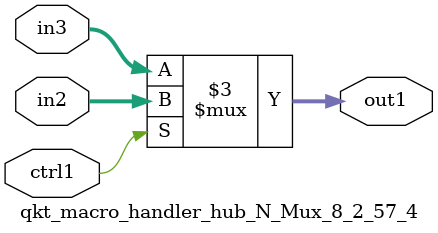
<source format=v>

`timescale 1ps / 1ps


module qkt_macro_handler_hub_N_Mux_8_2_57_4( in3, in2, ctrl1, out1 );

    input [7:0] in3;
    input [7:0] in2;
    input ctrl1;
    output [7:0] out1;
    reg [7:0] out1;

    
    // rtl_process:qkt_macro_handler_hub_N_Mux_8_2_57_4/qkt_macro_handler_hub_N_Mux_8_2_57_4_thread_1
    always @*
      begin : qkt_macro_handler_hub_N_Mux_8_2_57_4_thread_1
        case (ctrl1) 
          1'b1: 
            begin
              out1 = in2;
            end
          default: 
            begin
              out1 = in3;
            end
        endcase
      end

endmodule



</source>
